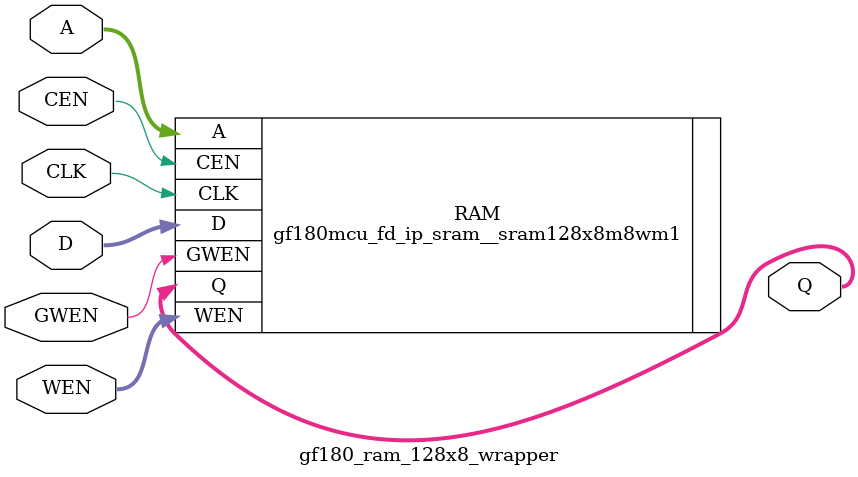
<source format=v>
module gf180_ram_128x8_wrapper (CEN,
    CLK,
    GWEN,
    A,
    D,
    Q,
    WEN);
 input CEN;
 input CLK;
 input GWEN;
 input [6:0] A;
 input [7:0] D;
 output [7:0] Q;
 input [7:0] WEN;


 gf180mcu_fd_ip_sram__sram128x8m8wm1 RAM (.CEN(CEN),
    .CLK(CLK),
    .GWEN(GWEN),
    .A({A[6],
    A[5],
    A[4],
    A[3],
    A[2],
    A[1],
    A[0]}),
    .D({D[7],
    D[6],
    D[5],
    D[4],
    D[3],
    D[2],
    D[1],
    D[0]}),
    .Q({Q[7],
    Q[6],
    Q[5],
    Q[4],
    Q[3],
    Q[2],
    Q[1],
    Q[0]}),
    .WEN({WEN[7],
    WEN[6],
    WEN[5],
    WEN[4],
    WEN[3],
    WEN[2],
    WEN[1],
    WEN[0]}));
endmodule


</source>
